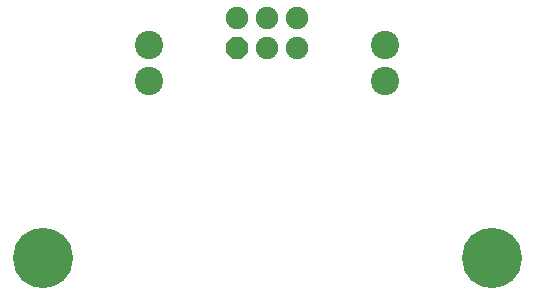
<source format=gbs>
G04*
G04 #@! TF.GenerationSoftware,Altium Limited,Altium Designer,20.1.8 (145)*
G04*
G04 Layer_Color=16711935*
%FSTAX43Y43*%
%MOMM*%
G71*
G04*
G04 #@! TF.SameCoordinates,6FD7267E-AB92-4DD8-86E6-B6500F98B660*
G04*
G04*
G04 #@! TF.FilePolarity,Negative*
G04*
G01*
G75*
%ADD10C,2.400*%
%ADD11C,1.900*%
%ADD12P,2.057X8X22.5*%
%ADD13C,5.100*%
D10*
X0084Y0071D02*
D03*
Y0068D02*
D03*
X0064D02*
D03*
Y0071D02*
D03*
D11*
X007146Y007327D02*
D03*
X007654D02*
D03*
X0074D02*
D03*
Y007073D02*
D03*
X007654D02*
D03*
D12*
X007146D02*
D03*
D13*
X0055Y0053D02*
D03*
X0093D02*
D03*
M02*

</source>
